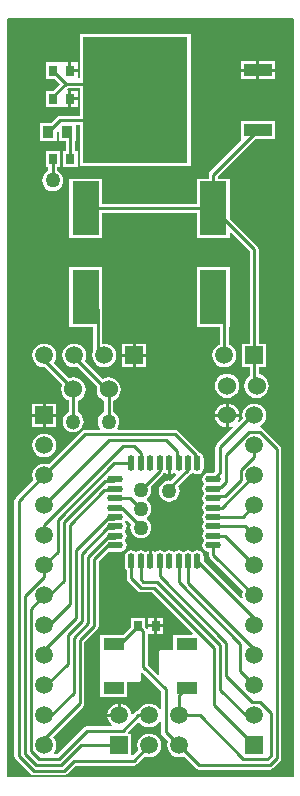
<source format=gtl>
%FSTAX24Y24*%
%MOIN*%
%SFA1B1*%

%IPPOS*%
%ADD10R,0.094500X0.041300*%
%ADD11R,0.350400X0.419300*%
%ADD12R,0.090600X0.179100*%
%ADD13R,0.027600X0.035400*%
%ADD14R,0.037400X0.039400*%
%ADD15R,0.031500X0.035400*%
%ADD16R,0.070900X0.043300*%
%ADD17O,0.021700X0.053200*%
%ADD18O,0.053200X0.021700*%
%ADD19C,0.010000*%
%ADD20C,0.060000*%
%ADD21R,0.059100X0.059100*%
%ADD22C,0.059100*%
%ADD23R,0.059100X0.059100*%
%ADD24C,0.050000*%
%ADD25C,0.114000*%
%ADD47C,0.005000*%
%ADD48C,0.020000*%
%ADD49C,0.040000*%
%ADD50C,0.080000*%
%ADD51C,0.160000*%
%ADD52C,0.320000*%
%LNpcb1-1*%
%LPD*%
G54D47*
X009665Y000178D02*
X000177D01*
X000178Y025413*
X009665*
Y000178*
G54D19*
X009615Y000228D02*
X000227D01*
Y025363*
X009615*
Y000228*
G54D48*
X009515Y000328D02*
X000327D01*
X000327Y025263*
X009515*
Y000328*
G54D49*
X009315Y000527D02*
X000527Y000528D01*
Y025063*
X009314*
X009315Y000527*
G54D50*
X008914Y000927D02*
X000927D01*
Y024663*
X008914*
Y000927*
G54D51*
X008114Y001727D02*
X001727D01*
Y023863*
X008114*
Y001727*
G54D52*
X006514Y003327D02*
X003327Y003327D01*
Y022263*
X006514*
Y003327*
%LNpcb1-2*%
%LPC*%
G36*
X001336Y0126D02*
X000991D01*
Y012255*
X001336*
Y0126*
G37*
G36*
X001781Y012155D02*
X001436D01*
Y011809*
X001781*
Y012155*
G37*
G36*
X001336D02*
X000991D01*
Y011809*
X001336*
Y012155*
G37*
G36*
X001781Y0126D02*
X001436D01*
Y012255*
X001781*
Y0126*
G37*
G36*
X00748Y013592D02*
X007376Y013579D01*
X007279Y013538*
X007195Y013474*
X007131Y013391*
X007091Y013293*
X007077Y013189*
X007091Y013085*
X007131Y012987*
X007195Y012904*
X007279Y01284*
X007376Y012799*
X00748Y012786*
X007585Y012799*
X007682Y01284*
X007766Y012904*
X00783Y012987*
X00787Y013085*
X007884Y013189*
X00787Y013293*
X00783Y013391*
X007766Y013474*
X007682Y013538*
X007585Y013579*
X00748Y013592*
G37*
G36*
X00753Y012602D02*
Y012255D01*
X007877*
X00787Y012309*
X00783Y012406*
X007766Y01249*
X007682Y012554*
X007585Y012594*
X00753Y012602*
G37*
G36*
X00743D02*
X007376Y012594D01*
X007279Y012554*
X007195Y01249*
X007131Y012406*
X007091Y012309*
X007083Y012255*
X00743*
Y012602*
G37*
G36*
Y012155D02*
X007083D01*
X007091Y0121*
X007131Y012003*
X007195Y011919*
X007279Y011855*
X007376Y011815*
X00743Y011808*
Y012155*
G37*
G36*
X005048Y005467D02*
X004861D01*
Y005239*
X005048*
Y005467*
G37*
G36*
X005336Y005139D02*
X005148D01*
Y004912*
X005336*
Y005139*
G37*
G36*
X003836Y002597D02*
X003783Y00259D01*
X003686Y00255*
X003604Y002487*
X003541Y002404*
X003501Y002308*
X003494Y002255*
X003836*
Y002597*
G37*
G36*
X005336Y005467D02*
X005148D01*
Y005239*
X005336*
Y005467*
G37*
G36*
X001386Y014603D02*
X001283Y01459D01*
X001186Y01455*
X001104Y014487*
X001041Y014404*
X001001Y014308*
X000987Y014205*
X001001Y014102*
X001041Y014005*
X001104Y013923*
X001186Y013859*
X001283Y01382*
X001386Y013806*
X001408Y013809*
X001993Y013224*
X001972Y013175*
X001959Y013071*
X001972Y012966*
X002013Y012869*
X002077Y012786*
X00216Y012721*
X002199Y012705*
Y012314*
X002176Y012304*
X002103Y012248*
X002047Y012175*
X002011Y012089*
X001999Y011998*
X002011Y011907*
X002047Y011822*
X002103Y011748*
X002176Y011692*
X002261Y011657*
X002289Y011653*
X002294Y01165*
X002352Y011638*
X002411Y01165*
X002416Y011653*
X002444Y011657*
X002529Y011692*
X002602Y011748*
X002658Y011822*
X002693Y011907*
X002705Y011998*
X002693Y012089*
X002658Y012175*
X002602Y012248*
X002529Y012304*
X002505Y012314*
Y012697*
X002564Y012721*
X002647Y012786*
X002712Y012869*
X002752Y012966*
X002766Y013071*
X002752Y013175*
X002712Y013273*
X002647Y013356*
X002564Y01342*
X002467Y013461*
X002362Y013474*
X002258Y013461*
X002209Y01344*
X001693Y013956*
X001731Y014005*
X001771Y014102*
X001785Y014205*
X001771Y014308*
X001731Y014404*
X001668Y014487*
X001585Y01455*
X001489Y01459*
X001386Y014603*
G37*
G36*
Y011603D02*
X001283Y01159D01*
X001186Y01155*
X001104Y011487*
X001041Y011404*
X001001Y011308*
X000987Y011205*
X001001Y011102*
X001041Y011005*
X001104Y010923*
X001186Y010859*
X001283Y01082*
X001386Y010806*
X001489Y01082*
X001585Y010859*
X001668Y010923*
X001731Y011005*
X001771Y011102*
X001785Y011205*
X001771Y011308*
X001731Y011404*
X001668Y011487*
X001585Y01155*
X001489Y01159*
X001386Y011603*
G37*
G36*
X002386Y014603D02*
X002283Y01459D01*
X002186Y01455*
X002104Y014487*
X002041Y014404*
X002001Y014308*
X001987Y014205*
X002001Y014102*
X002041Y014005*
X002104Y013923*
X002186Y013859*
X002283Y01382*
X002386Y013806*
X002489Y01382*
X002496Y013823*
X003144Y013175*
X00313Y013071*
X003144Y012966*
X003184Y012869*
X003248Y012786*
X003332Y012721*
X003381Y012701*
Y012314*
X003357Y012304*
X003284Y012248*
X003228Y012175*
X003192Y012089*
X00318Y011998*
X003192Y011907*
X003228Y011822*
X003259Y011781*
X003234Y011731*
X002759*
X002701Y011719*
X002651Y011686*
X001535Y010571*
X001489Y01059*
X001386Y010603*
X001283Y01059*
X001186Y01055*
X001104Y010487*
X001041Y010404*
X001001Y010308*
X000987Y010205*
X001001Y010102*
X00102Y010055*
X000432Y009468*
X000399Y009418*
X000388Y009359*
Y000855*
X000399Y000796*
X000432Y000746*
X000928Y000251*
X000977Y000218*
X001036Y000207*
X002035*
X002093Y000218*
X002143Y000251*
X002428Y000536*
X00437*
X004429Y000548*
X004478Y000581*
X004736Y000839*
X004783Y00082*
X004886Y000806*
X004989Y00082*
X005085Y000859*
X005168Y000923*
X005231Y001005*
X005271Y001102*
X005285Y001205*
X005271Y001308*
X005231Y001404*
X005168Y001487*
X005085Y00155*
X004989Y00159*
X004886Y001603*
X004783Y00159*
X004686Y00155*
X004604Y001487*
X004541Y001404*
X004501Y001308*
X004487Y001205*
X004501Y001102*
X00452Y001055*
X004331Y000866*
X004281Y000887*
Y0016*
X004192*
X004173Y001646*
X004501Y001974*
X004568Y00197*
X004604Y001923*
X004686Y001859*
X004783Y00182*
X004886Y001806*
X004989Y00182*
X005085Y001859*
X005168Y001923*
X00523Y002004*
X005234Y002005*
X00528Y001993*
Y001657*
X005292Y001599*
X005325Y001549*
X00552Y001354*
X005501Y001308*
X005487Y001205*
X005501Y001102*
X005541Y001005*
X005604Y000923*
X005686Y000859*
X005783Y00082*
X005886Y000806*
X005989Y00082*
X006035Y000839*
X006431Y000443*
X006481Y00041*
X006539Y000398*
X008898*
X008956Y00041*
X009006Y000443*
X009242Y000679*
X009275Y000729*
X009287Y000787*
Y011086*
X009275Y011145*
X009242Y011195*
X008678Y011758*
X008629Y011791*
X008621Y011793*
X008583Y01185*
X008585Y011859*
X008668Y011923*
X008731Y012005*
X008771Y012102*
X008785Y012205*
X008771Y012308*
X008731Y012404*
X008668Y012487*
X008585Y01255*
X008489Y01259*
X008386Y012603*
X008283Y01259*
X008186Y01255*
X008104Y012487*
X008041Y012404*
X008001Y012308*
X007987Y012205*
X007999Y012113*
X00788Y011994*
X007838Y012022*
X00787Y0121*
X007877Y012155*
X00753*
Y011808*
X007585Y011815*
X007663Y011847*
X007691Y011805*
X007135Y011249*
X007102Y011199*
X00709Y011141*
Y010358*
X007024Y010291*
X00687*
X006789Y010275*
X00672Y010229*
X006674Y01016*
X006658Y010079*
X006674Y009997*
X00672Y009929*
Y009914*
X006674Y009845*
X006658Y009764*
X006674Y009683*
X00672Y009614*
Y009599*
X006674Y00953*
X006658Y009449*
X006674Y009368*
X00672Y009299*
Y009284*
X006674Y009215*
X006658Y009134*
X006674Y009053*
X00672Y008984*
Y008969*
X006674Y0089*
X006658Y008819*
X006674Y008738*
X00672Y008669*
Y008654*
X006674Y008585*
X006658Y008504*
X006674Y008423*
X00672Y008354*
Y008339*
X006674Y00827*
X006658Y008189*
X006674Y008108*
X00672Y008039*
Y008024*
X006674Y007955*
X006658Y007874*
X006674Y007793*
X00672Y007724*
X006789Y007678*
X00687Y007662*
X006875*
Y007563*
X006886Y007504*
X006919Y007455*
X00802Y006354*
X008001Y006308*
X007987Y006205*
X007997Y006128*
X00795Y006105*
X006708Y007346*
Y0075*
X006692Y007581*
X006646Y00765*
X006577Y007696*
X006496Y007712*
X006415Y007696*
X006346Y00765*
X006331*
X006262Y007696*
X006181Y007712*
X0061Y007696*
X006031Y00765*
X006016*
X005947Y007696*
X005866Y007712*
X005785Y007696*
X005716Y00765*
X005701*
X005632Y007696*
X005551Y007712*
X00547Y007696*
X005401Y00765*
X005386*
X005317Y007696*
X005236Y007712*
X005155Y007696*
X005086Y00765*
X005071*
X005003Y007696*
X004971Y007702*
Y007343*
X004871*
Y007702*
X00484Y007696*
X004771Y00765*
X004756*
X004688Y007696*
X004606Y007712*
X004525Y007696*
X004456Y00765*
X004441*
X004373Y007696*
X004291Y007712*
X00421Y007696*
X004141Y00765*
X004095Y007581*
X004079Y0075*
Y007185*
X004095Y007104*
X004138Y007039*
Y006772*
X00415Y006713*
X004183Y006664*
X004498Y006349*
X004548Y006315*
X004606Y006304*
X004991*
X006346Y004949*
X006327Y004903*
X005687*
Y004403*
X005315*
X005276Y004395*
X005243Y004373*
X005221Y00434*
X005213Y004301*
Y003587*
X005167Y003568*
X004838Y003896*
Y004872*
X004861Y004912*
X004888*
X005048*
Y005139*
X004861*
Y00511*
X004811Y005094*
X004793Y00512*
X004746Y005168*
Y005467*
X00427*
Y005168*
X004005Y004903*
X003246*
Y004346*
X003242Y00434*
X003235Y004301*
Y003415*
X003242Y003376*
X003246Y00337*
Y002813*
X004155*
Y003313*
X004518*
X004557Y003321*
X00459Y003343*
X004612Y003376*
X00462Y003415*
Y003617*
X004666Y003636*
X00528Y003022*
Y002416*
X005234Y002405*
X00523*
X005168Y002487*
X005085Y00255*
X004989Y00259*
X004886Y002603*
X004783Y00259*
X004686Y00255*
X004604Y002487*
X004541Y002404*
X004521Y002358*
X004516*
X004457Y002346*
X004407Y002313*
X004331Y002236*
X004278Y002254*
X004271Y002308*
X004231Y002404*
X004168Y002487*
X004085Y00255*
X003989Y00259*
X003936Y002597*
Y002205*
X003886*
Y002155*
X003494*
X003501Y002102*
X003541Y002005*
X003604Y001923*
X003639Y001896*
X003622Y001846*
X002803*
X002744Y001834*
X002694Y001801*
X001806Y000912*
X001723*
X001698Y000962*
X001731Y001005*
X001771Y001102*
X001785Y001205*
X001771Y001308*
X001731Y001404*
X001668Y001487*
X001667Y001491*
X002673Y002497*
X002707Y002546*
X002718Y002605*
Y004646*
X003159Y005086*
X003192Y005135*
X003203Y005194*
Y007341*
X003537Y007675*
X003602Y007662*
X003917*
X003999Y007678*
X004067Y007724*
X004114Y007793*
X00413Y007874*
X004114Y007955*
X004067Y008024*
Y008039*
X004114Y008108*
X00413Y008189*
X004114Y00827*
X004067Y008339*
Y008354*
X004114Y008423*
X00413Y008504*
X004114Y008585*
X004067Y008654*
Y008669*
X004099Y008716*
X004158Y008727*
X004284Y008601*
X004265Y008556*
X004253Y008465*
X004265Y008373*
X004301Y008288*
X004357Y008215*
X00443Y008159*
X004515Y008124*
X004606Y008112*
X004698Y008124*
X004783Y008159*
X004856Y008215*
X004912Y008288*
X004947Y008373*
X004959Y008465*
X004947Y008556*
X004912Y008641*
X004856Y008714*
X004811Y008749*
Y008811*
X004856Y008845*
X004912Y008918*
X004947Y009003*
X004959Y009094*
X004947Y009186*
X004912Y009271*
X004856Y009344*
X004811Y009378*
Y00944*
X004856Y009475*
X004912Y009548*
X004947Y009633*
X004959Y009724*
X004947Y009816*
X004938Y009839*
X005344Y010246*
X005362Y010273*
X005366Y010276*
X005419Y010287*
X005426Y010286*
X00547Y010257*
X005501Y01025*
Y01061*
X005601*
Y01025*
X005632Y010257*
X005701Y010303*
X005716*
X005763Y010271*
X005774Y010212*
X005595Y010032*
X005551Y010038*
X00546Y010026*
X005375Y009991*
X005302Y009935*
X005245Y009862*
X00521Y009776*
X005198Y009685*
X00521Y009594*
X005245Y009509*
X005302Y009435*
X005375Y009379*
X00546Y009344*
X005551Y009332*
X005643Y009344*
X005728Y009379*
X005801Y009435*
X005857Y009509*
X005892Y009594*
X005904Y009685*
X005892Y009776*
X005857Y009862*
X006249Y010254*
X006262Y010257*
X006331Y010303*
X006346*
X006415Y010257*
X006496Y01024*
X006577Y010257*
X006646Y010303*
X006692Y010371*
X006708Y010453*
Y010768*
X006692Y010849*
X006646Y010918*
X006577Y010964*
X006558Y010968*
X006548Y010983*
X005844Y011686*
X005795Y011719*
X005736Y011731*
X003833*
X003808Y011781*
X003839Y011822*
X003874Y011907*
X003886Y011998*
X003874Y012089*
X003839Y012175*
X003783Y012248*
X00371Y012304*
X003686Y012314*
Y012701*
X003735Y012721*
X003819Y012786*
X003883Y012869*
X003923Y012966*
X003937Y013071*
X003923Y013175*
X003883Y013273*
X003819Y013356*
X003735Y01342*
X003638Y013461*
X003533Y013474*
X003429Y013461*
X003332Y01342*
X002736Y014016*
X002771Y014102*
X002785Y014205*
X002771Y014308*
X002731Y014404*
X002668Y014487*
X002585Y01455*
X002489Y01459*
X002386Y014603*
G37*
G36*
X008454Y02367D02*
X007932D01*
Y023413*
X008454*
Y02367*
G37*
G36*
X009076D02*
X008554D01*
Y023413*
X009076*
Y02367*
G37*
G36*
X0025Y022706D02*
X002292D01*
Y022479*
X0025*
Y022706*
G37*
G36*
Y023033D02*
X002292D01*
Y022806*
X0025*
Y023033*
G37*
G36*
X008454Y024027D02*
X007932D01*
Y02377*
X008454*
Y024027*
G37*
G36*
X009076D02*
X008554D01*
Y02377*
X009076*
Y024027*
G37*
G36*
X006281Y024916D02*
X002577D01*
Y023461*
X00255Y02344*
X0025Y023465*
Y023651*
X002242*
Y023701*
X002192*
Y023978*
X001985*
X001949*
X001935*
X001434*
Y023424*
X001752*
X001906Y023269*
X00167Y023033*
X001434*
Y022479*
X001935*
X001949*
X001985*
X002192*
Y022756*
Y023033*
X002168*
X002149Y023079*
X002186Y023116*
X002577*
Y0222*
X001918*
X001859Y022189*
X001809Y022155*
X001604Y02195*
X001237*
Y021357*
X001811*
Y021684*
X001817Y021688*
X001867Y021661*
Y021357*
X002109*
Y021029*
X002024*
Y020474*
X0025*
Y021029*
X002415*
Y021357*
X002441*
Y021894*
X002577*
Y020523*
X006281*
Y024916*
G37*
G36*
X0025Y023978D02*
X002292D01*
Y023751*
X0025*
Y023978*
G37*
G36*
X004336Y014155D02*
X003991D01*
Y013809*
X004336*
Y014155*
G37*
G36*
X004781D02*
X004436D01*
Y013809*
X004781*
Y014155*
G37*
G36*
X003318Y017149D02*
X002213D01*
Y015158*
X003016*
Y014421*
X003027Y01437*
X003001Y014308*
X002987Y014205*
X003001Y014102*
X003041Y014005*
X003104Y013923*
X003186Y013859*
X003283Y01382*
X003386Y013806*
X003489Y01382*
X003585Y013859*
X003668Y013923*
X003731Y014005*
X003771Y014102*
X003785Y014205*
X003771Y014308*
X003731Y014404*
X003668Y014487*
X003585Y01455*
X003489Y01459*
X003386Y014603*
X00336Y0146*
X003322Y014633*
Y01575*
X003318Y015768*
Y017149*
G37*
G36*
X007572D02*
X006467D01*
Y015158*
X007233*
Y014569*
X007186Y01455*
X007104Y014487*
X007041Y014404*
X007001Y014308*
X006987Y014205*
X007001Y014102*
X007041Y014005*
X007104Y013923*
X007186Y013859*
X007283Y01382*
X007386Y013806*
X007489Y01382*
X007585Y013859*
X007668Y013923*
X007731Y014005*
X007771Y014102*
X007785Y014205*
X007771Y014308*
X007731Y014404*
X007668Y014487*
X007585Y01455*
X007539Y014569*
Y015158*
X007572*
Y017149*
G37*
G36*
X001909Y021029D02*
X001434D01*
Y020474*
X001519*
Y020355*
X001495Y020345*
X001422Y020289*
X001366Y020216*
X001331Y020131*
X001319Y020039*
X001331Y019948*
X001366Y019863*
X001422Y01979*
X001495Y019734*
X00158Y019698*
X001672Y019686*
X001763Y019698*
X001848Y019734*
X001921Y01979*
X001977Y019863*
X002013Y019948*
X002025Y020039*
X002013Y020131*
X001977Y020216*
X001921Y020289*
X001848Y020345*
X001824Y020355*
Y020474*
X001909*
Y021029*
G37*
G36*
X009076Y022027D02*
X007932D01*
Y021413*
X007931*
X007946Y021378*
X006911Y020343*
X006878Y020294*
X006866Y020235*
Y020102*
X006467*
Y019259*
X003318*
Y020102*
X002213*
Y01811*
X003318*
Y018953*
X006467*
Y01811*
X007572*
Y018272*
X007618Y018291*
X008233Y017676*
Y0146*
X007991*
Y013809*
X008233*
Y013515*
X008179Y013474*
X008115Y013391*
X008075Y013293*
X008061Y013189*
X008075Y013085*
X008115Y012987*
X008179Y012904*
X008263Y01284*
X00836Y012799*
X008465Y012786*
X008569Y012799*
X008666Y01284*
X00875Y012904*
X008814Y012987*
X008854Y013085*
X008868Y013189*
X008854Y013293*
X008814Y013391*
X00875Y013474*
X008666Y013538*
X008569Y013579*
X008539Y013583*
Y013809*
X008781*
Y0146*
X008539*
Y01774*
X008527Y017798*
X008494Y017848*
X007572Y01877*
Y020102*
X007172*
Y020172*
X008414Y021413*
X009076*
Y022027*
G37*
G36*
X004336Y0146D02*
X003991D01*
Y014255*
X004336*
Y0146*
G37*
G36*
X004781D02*
X004436D01*
Y014255*
X004781*
Y0146*
G37*
%LNpcb1-3*%
%LPD*%
G54D10*
X008504Y02172D03*
Y02372D03*
G54D11*
X004429Y02272D03*
G54D12*
X002766Y016153D03*
Y019106D03*
X007019Y016153D03*
Y019106D03*
G54D13*
X001672Y020751D03*
X002262D03*
X005098Y005189D03*
X004508D03*
G54D14*
X001524Y021654D03*
X002154D03*
G54D15*
X002242Y022756D03*
X001691D03*
X002242Y023701D03*
X001691D03*
G54D16*
X003701Y004587D03*
Y00313D03*
X006142Y004587D03*
Y00313D03*
G54D17*
X006496Y01061D03*
X006181D03*
X005866D03*
X005551D03*
X005236D03*
X004921D03*
X004606D03*
X004291D03*
Y007343D03*
X004606D03*
X004921D03*
X005236D03*
X005551D03*
X005866D03*
X006181D03*
X006496D03*
G54D18*
X00376Y010079D03*
Y009764D03*
Y009449D03*
Y009134D03*
Y008819D03*
Y008504D03*
Y008189D03*
Y007874D03*
X007028D03*
Y008189D03*
Y008504D03*
Y008819D03*
Y009134D03*
Y009449D03*
Y009764D03*
Y010079D03*
G54D19*
X002352Y011998D02*
Y013061D01*
Y011791D02*
Y011998D01*
X003533D02*
Y013002D01*
X003559Y011378D02*
X005457D01*
X001386Y009205D02*
X003559Y011378D01*
X002759Y011578D02*
X005736D01*
X004013Y011178D02*
X004373D01*
X001386Y008551D02*
X004013Y011178D01*
X003728Y01061D02*
X004291D01*
X00185Y008733D02*
X003728Y01061D01*
X002352Y013061D02*
X002362Y013071D01*
X005736Y011578D02*
X006439Y010875D01*
X001386Y010205D02*
X002759Y011578D01*
X005457Y011378D02*
X005809Y011026D01*
X004373Y011178D02*
X004606Y010945D01*
X004004Y001693D02*
X004516Y002205D01*
X002803Y001693D02*
X004004D01*
X001869Y000759D02*
X002803Y001693D01*
X004685Y003833D02*
X005433Y003085D01*
Y001657D02*
Y003085D01*
Y001657D02*
X005886Y001205D01*
X004508Y005189D02*
X004685Y005012D01*
Y003833D02*
Y005012D01*
X005809Y010667D02*
Y011026D01*
X005551Y009773D02*
X006181Y010402D01*
X004606Y009724D02*
X005236Y010354D01*
X006439Y010667D02*
Y010875D01*
X003968Y009134D02*
X004606Y008495D01*
X004252Y009449D02*
X004606Y009094D01*
X00376Y009449D02*
X004252D01*
X006583Y002205D02*
X008028Y000759D01*
X005886Y002205D02*
X006583D01*
X008028Y000759D02*
X008823D01*
X008934Y00087*
Y002286*
X00857Y00265D02*
X008934Y002286D01*
X008311Y00265D02*
X00857D01*
X007447Y003514D02*
X008311Y00265D01*
X007447Y003514D02*
Y00463D01*
X005236Y006841D02*
X007447Y00463D01*
X005236Y006841D02*
Y007343D01*
X009134Y000787D02*
Y011086D01*
X008898Y000551D02*
X009134Y000787D01*
X006539Y000551D02*
X008898D01*
X00857Y01165D02*
X009134Y011086D01*
X005886Y001205D02*
X006539Y000551D01*
X006181Y010402D02*
Y01061D01*
X005551Y009685D02*
Y009773D01*
X005236Y010354D02*
Y01061D01*
X006439Y010667D02*
X006496Y01061D01*
X004606Y008465D02*
Y008495D01*
X00376Y009134D02*
X003968D01*
X001691Y022838D02*
X002123Y023269D01*
X001691Y022756D02*
Y022838D01*
Y023701D02*
X002123Y023269D01*
X00437Y000689D02*
X004886Y001205D01*
X002364Y000689D02*
X00437D01*
X002035Y000359D02*
X002364Y000689D01*
X001036Y000359D02*
X002035D01*
X001952Y000559D02*
X002597Y001205D01*
X001119Y000559D02*
X001952D01*
X001201Y000759D02*
X001869D01*
X008386Y013169D02*
X008465Y013189D01*
X008179Y004205D02*
X008386D01*
X00824Y005205D02*
X008386D01*
X008Y008819D02*
X008386Y009205D01*
X001386Y002205D02*
X001614D01*
X001386Y003205D02*
X001433D01*
X001386Y005205D02*
X001543D01*
X001386Y006205D02*
X001559D01*
X005886Y002205D02*
Y002874D01*
X006142Y00313*
X003701Y004587D02*
X003905D01*
X004508Y005189*
X001614Y022679D02*
X001691Y022756D01*
X002766Y019106D02*
X007019D01*
X007386Y014205D02*
Y015787D01*
X007019Y016153D02*
X007386Y015787D01*
X007019Y019106D02*
Y020235D01*
X008504Y02172*
X008386Y014205D02*
Y01774D01*
X007019Y019106D02*
X008386Y01774D01*
X003639Y004648D02*
X003701Y004587D01*
X004516Y002205D02*
X004886D01*
X000941Y00102D02*
X001201Y000759D01*
X000941Y00102D02*
Y005759D01*
X001386Y006205*
Y006834D02*
Y007205D01*
X000741Y006189D02*
X001386Y006834D01*
X000741Y000937D02*
Y006189D01*
Y000937D02*
X001119Y000559D01*
X002597Y001205D02*
X003886D01*
X002123Y023269D02*
X00388D01*
X007941Y010389D02*
X008386Y010834D01*
X007941Y010042D02*
Y010389D01*
X007404Y009506D02*
X007941Y010042D01*
X007065Y009506D02*
X007404D01*
X007028Y009469D02*
X007065Y009506D01*
X007028Y009449D02*
Y009469D01*
X008386Y010834D02*
Y011205D01*
X007315Y009134D02*
X008386Y010205D01*
X007028Y009134D02*
X007315D01*
X007028Y008819D02*
X008D01*
X007028D02*
D01*
Y008504D02*
X008087D01*
X008386Y008205*
X007028Y008189D02*
X007402D01*
X008386Y007205*
X007028Y007563D02*
Y007874D01*
Y007563D02*
X008386Y006205D01*
Y005205D02*
Y005453D01*
X006496Y007343D02*
X008386Y005453D01*
Y004205D02*
Y004409D01*
X006181Y006614D02*
X008386Y004409D01*
X006181Y006614D02*
Y007343D01*
X005866Y006646D02*
Y007343D01*
X004291Y006772D02*
Y007343D01*
Y006772D02*
X004606Y006457D01*
Y00674D02*
X004689Y006657D01*
X004606Y00674D02*
Y007343D01*
X007028Y009764D02*
Y00982D01*
X007292D02*
X007443Y009972D01*
Y010892*
X008307Y012205D02*
X008386D01*
X00376Y008132D02*
Y008189D01*
X003703Y008447D02*
X00376Y008504D01*
X003703Y009707D02*
X00376Y009764D01*
X003495Y008447D02*
X003703D01*
Y010022D02*
X00376Y010079D01*
X005809Y010667D02*
X005866Y01061D01*
X000541Y000855D02*
X001036Y000359D01*
X003495Y008762D02*
X003703D01*
X00376Y008819*
X006439Y01061D02*
X006496D01*
X00376Y009449D02*
X003799Y009488D01*
X007028Y010079D02*
X007243Y010294D01*
Y011141*
X004606Y006457D02*
X005055D01*
X004689Y006657D02*
X005137D01*
X00811Y002205D02*
X008386D01*
X000541Y000855D02*
Y009359D01*
X001386Y010205*
X001433Y003205D02*
X002165Y003937D01*
X001386Y008205D02*
Y008551D01*
X003422Y010022D02*
X003703D01*
X00339Y009707D02*
X003703D01*
X001614Y002205D02*
X002365Y002956D01*
X00352Y007874D02*
X00376D01*
X001386Y001205D02*
Y001425D01*
X002565Y002605*
X001386Y007205D02*
X00185Y007669D01*
Y008733*
X00205Y00865D02*
X003422Y010022D01*
X001559Y006205D02*
X00205Y006696D01*
Y00865*
X00225Y005912D02*
Y008567D01*
X00339Y009707*
X001543Y005205D02*
X00225Y005912D01*
X00245Y007717D02*
X003495Y008762D01*
X00265Y007602D02*
X003495Y008447D01*
X00285Y007487D02*
X003495Y008132D01*
X00305Y007404D02*
X00352Y007874D01*
X001386Y004378D02*
X00245Y005443D01*
Y007717*
X001386Y004205D02*
Y004378D01*
X002165Y003937D02*
Y004875D01*
X00265Y00536*
Y007602*
X002365Y002956D02*
Y004792D01*
X00285Y005277*
Y007487*
X002565Y002605D02*
Y004709D01*
X00305Y005194*
Y007404*
X002262Y020751D02*
Y021545D01*
X002154Y021654D02*
X002262Y021545D01*
X001524Y021654D02*
X001918Y022047D01*
X003756*
X004429Y02272*
X005866Y006646D02*
X007913Y004599D01*
X007047Y002543D02*
X008386Y001205D01*
X007047Y002543D02*
Y004464D01*
X005055Y006457D02*
X007047Y004464D01*
X007247Y003068D02*
X00811Y002205D01*
X007247Y003068D02*
Y004547D01*
X005137Y006657D02*
X007247Y004547D01*
X007913Y003677D02*
X008386Y003205D01*
X007913Y003677D02*
Y004599D01*
X007243Y011141D02*
X008307Y012205D01*
X007443Y010892D02*
X008201Y01165D01*
X00857*
X004606Y01061D02*
Y010945D01*
X001672Y020039D02*
Y020751D01*
X001386Y014047D02*
Y014205D01*
Y014047D02*
X002362Y013071D01*
X002386Y01415D02*
Y014205D01*
X002766Y016153D02*
X003169Y01575D01*
Y014421D02*
X003386Y014205D01*
X003169Y014421D02*
Y01575D01*
X002386Y01415D02*
X003533Y013002D01*
X008386Y013169D02*
Y014205D01*
X007028Y00982D02*
X007292D01*
X001691Y023788D02*
X001735Y023744D01*
X00388Y023269D02*
X004429Y02272D01*
X003495Y008132D02*
X00376D01*
G54D20*
X003533Y013071D03*
X002362D03*
X008465Y013189D03*
X00748Y012205D03*
Y013189D03*
G54D21*
X004386Y014205D03*
X003886Y001205D03*
X008386Y014205D03*
G54D22*
X003386Y014205D03*
X002386D03*
X001386D03*
X005886Y002205D03*
Y001205D03*
X004886Y002205D03*
Y001205D03*
X003886Y002205D03*
X001386Y011205D03*
Y010205D03*
Y009205D03*
Y008205D03*
Y007205D03*
Y006205D03*
Y005205D03*
Y004205D03*
Y003205D03*
Y002205D03*
Y001205D03*
X008386Y002205D03*
Y003205D03*
Y004205D03*
Y005205D03*
Y006205D03*
Y007205D03*
Y008205D03*
Y009205D03*
Y010205D03*
Y011205D03*
Y012205D03*
X007386Y014205D03*
G54D23*
X001386Y012205D03*
X008386Y001205D03*
G54D24*
X002352Y011998D03*
X003533D03*
X004606Y009724D03*
Y009094D03*
Y008465D03*
X005551Y009685D03*
X001672Y020039D03*
G54D25*
X004488Y022913D03*
M02*
</source>
